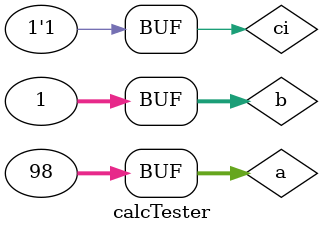
<source format=v>
`timescale 1ns / 1ps


module calcTester;

	// Inputs
	reg [31:0] a;
	reg [31:0] b;
	reg ci;

	// Outputs
	wire [31:0] s;

	// Instantiate the Unit Under Test (UUT)
	cla32 uut (
		.a(a), 
		.b(b), 
		.ci(ci), 
		.s(s)
	);

	initial begin
		// Initialize Inputs
		a = 0;
		b = 0;
		ci = 0;

		// Wait 100 ns for global reset to finish
		#100;
        
		// Add stimulus here
		
		#100;
		a = 98;
		b = 1;
		ci = 1;
	

	end
      
endmodule


</source>
